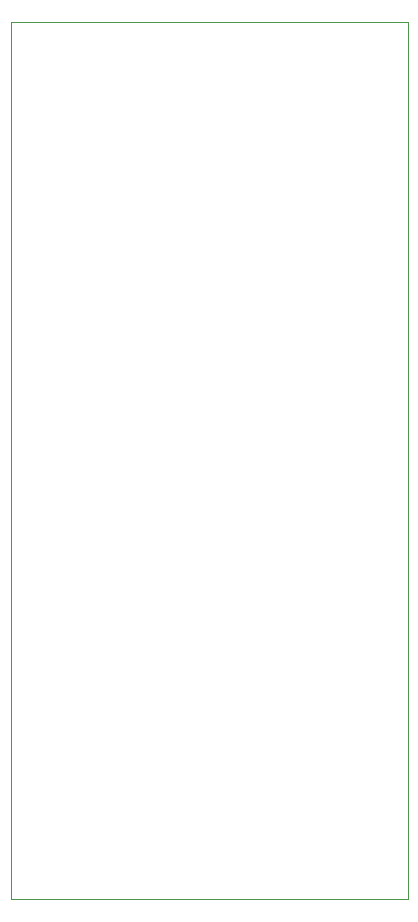
<source format=gbr>
%TF.GenerationSoftware,KiCad,Pcbnew,(5.1.6)-1*%
%TF.CreationDate,2020-09-03T22:55:09+05:30*%
%TF.ProjectId,WeatherStationKit (BareBones),57656174-6865-4725-9374-6174696f6e4b,rev?*%
%TF.SameCoordinates,Original*%
%TF.FileFunction,Profile,NP*%
%FSLAX46Y46*%
G04 Gerber Fmt 4.6, Leading zero omitted, Abs format (unit mm)*
G04 Created by KiCad (PCBNEW (5.1.6)-1) date 2020-09-03 22:55:09*
%MOMM*%
%LPD*%
G01*
G04 APERTURE LIST*
%TA.AperFunction,Profile*%
%ADD10C,0.100000*%
%TD*%
G04 APERTURE END LIST*
D10*
X113030000Y-52705000D02*
X113030000Y-127000000D01*
X79375000Y-52705000D02*
X113030000Y-52705000D01*
X79375000Y-127000000D02*
X79375000Y-52705000D01*
X113030000Y-127000000D02*
X79375000Y-127000000D01*
M02*

</source>
